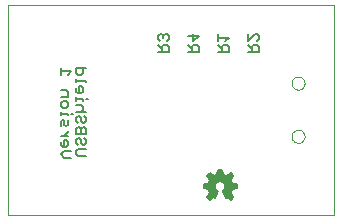
<source format=gbo>
G75*
G70*
%OFA0B0*%
%FSLAX24Y24*%
%IPPOS*%
%LPD*%
%AMOC8*
5,1,8,0,0,1.08239X$1,22.5*
%
%ADD10C,0.0000*%
%ADD11C,0.0060*%
D10*
X001030Y000655D02*
X001030Y007655D01*
X011905Y007655D01*
X011905Y000655D01*
X001030Y000655D01*
X010477Y003269D02*
X010479Y003298D01*
X010485Y003326D01*
X010494Y003354D01*
X010507Y003380D01*
X010524Y003403D01*
X010543Y003425D01*
X010565Y003444D01*
X010590Y003459D01*
X010616Y003472D01*
X010644Y003480D01*
X010672Y003485D01*
X010701Y003486D01*
X010730Y003483D01*
X010758Y003476D01*
X010785Y003466D01*
X010811Y003452D01*
X010834Y003435D01*
X010855Y003415D01*
X010873Y003392D01*
X010888Y003367D01*
X010899Y003340D01*
X010907Y003312D01*
X010911Y003283D01*
X010911Y003255D01*
X010907Y003226D01*
X010899Y003198D01*
X010888Y003171D01*
X010873Y003146D01*
X010855Y003123D01*
X010834Y003103D01*
X010811Y003086D01*
X010785Y003072D01*
X010758Y003062D01*
X010730Y003055D01*
X010701Y003052D01*
X010672Y003053D01*
X010644Y003058D01*
X010616Y003066D01*
X010590Y003079D01*
X010565Y003094D01*
X010543Y003113D01*
X010524Y003135D01*
X010507Y003158D01*
X010494Y003184D01*
X010485Y003212D01*
X010479Y003240D01*
X010477Y003269D01*
X010477Y005041D02*
X010479Y005070D01*
X010485Y005098D01*
X010494Y005126D01*
X010507Y005152D01*
X010524Y005175D01*
X010543Y005197D01*
X010565Y005216D01*
X010590Y005231D01*
X010616Y005244D01*
X010644Y005252D01*
X010672Y005257D01*
X010701Y005258D01*
X010730Y005255D01*
X010758Y005248D01*
X010785Y005238D01*
X010811Y005224D01*
X010834Y005207D01*
X010855Y005187D01*
X010873Y005164D01*
X010888Y005139D01*
X010899Y005112D01*
X010907Y005084D01*
X010911Y005055D01*
X010911Y005027D01*
X010907Y004998D01*
X010899Y004970D01*
X010888Y004943D01*
X010873Y004918D01*
X010855Y004895D01*
X010834Y004875D01*
X010811Y004858D01*
X010785Y004844D01*
X010758Y004834D01*
X010730Y004827D01*
X010701Y004824D01*
X010672Y004825D01*
X010644Y004830D01*
X010616Y004838D01*
X010590Y004851D01*
X010565Y004866D01*
X010543Y004885D01*
X010524Y004907D01*
X010507Y004930D01*
X010494Y004956D01*
X010485Y004984D01*
X010479Y005012D01*
X010477Y005041D01*
D11*
X009375Y006074D02*
X009035Y006074D01*
X009149Y006074D02*
X009149Y006244D01*
X009205Y006300D01*
X009319Y006300D01*
X009375Y006244D01*
X009375Y006074D01*
X009149Y006187D02*
X009035Y006300D01*
X009035Y006442D02*
X009262Y006669D01*
X009319Y006669D01*
X009375Y006612D01*
X009375Y006499D01*
X009319Y006442D01*
X009035Y006442D02*
X009035Y006669D01*
X008375Y006555D02*
X008035Y006555D01*
X008035Y006442D02*
X008035Y006669D01*
X008262Y006442D02*
X008375Y006555D01*
X008319Y006300D02*
X008205Y006300D01*
X008149Y006244D01*
X008149Y006074D01*
X008149Y006187D02*
X008035Y006300D01*
X008319Y006300D02*
X008375Y006244D01*
X008375Y006074D01*
X008035Y006074D01*
X007375Y006074D02*
X007375Y006244D01*
X007319Y006300D01*
X007205Y006300D01*
X007149Y006244D01*
X007149Y006074D01*
X007149Y006187D02*
X007035Y006300D01*
X007205Y006442D02*
X007205Y006669D01*
X007035Y006612D02*
X007375Y006612D01*
X007205Y006442D01*
X007035Y006074D02*
X007375Y006074D01*
X006375Y006074D02*
X006375Y006244D01*
X006319Y006300D01*
X006205Y006300D01*
X006149Y006244D01*
X006149Y006074D01*
X006149Y006187D02*
X006035Y006300D01*
X006092Y006442D02*
X006035Y006499D01*
X006035Y006612D01*
X006092Y006669D01*
X006149Y006669D01*
X006205Y006612D01*
X006205Y006555D01*
X006205Y006612D02*
X006262Y006669D01*
X006319Y006669D01*
X006375Y006612D01*
X006375Y006499D01*
X006319Y006442D01*
X006375Y006074D02*
X006035Y006074D01*
X003625Y005544D02*
X003285Y005544D01*
X003285Y005373D01*
X003342Y005317D01*
X003455Y005317D01*
X003512Y005373D01*
X003512Y005544D01*
X003125Y005430D02*
X002785Y005430D01*
X002785Y005317D02*
X002785Y005544D01*
X003012Y005317D02*
X003125Y005430D01*
X003285Y005185D02*
X003285Y005071D01*
X003285Y005128D02*
X003625Y005128D01*
X003625Y005071D01*
X003455Y004930D02*
X003399Y004930D01*
X003399Y004703D01*
X003455Y004703D02*
X003512Y004760D01*
X003512Y004873D01*
X003455Y004930D01*
X003285Y004873D02*
X003285Y004760D01*
X003342Y004703D01*
X003455Y004703D01*
X003512Y004514D02*
X003285Y004514D01*
X003285Y004457D02*
X003285Y004571D01*
X003512Y004514D02*
X003512Y004457D01*
X003625Y004514D02*
X003682Y004514D01*
X003455Y004316D02*
X003285Y004316D01*
X003455Y004316D02*
X003512Y004259D01*
X003512Y004146D01*
X003455Y004089D01*
X003625Y004089D02*
X003285Y004089D01*
X003182Y004023D02*
X003125Y004023D01*
X003012Y004023D02*
X003012Y003966D01*
X003012Y004023D02*
X002785Y004023D01*
X002785Y003966D02*
X002785Y004080D01*
X002842Y004212D02*
X002785Y004268D01*
X002785Y004382D01*
X002842Y004439D01*
X002955Y004439D01*
X003012Y004382D01*
X003012Y004268D01*
X002955Y004212D01*
X002842Y004212D01*
X003285Y003891D02*
X003342Y003948D01*
X003399Y003948D01*
X003455Y003891D01*
X003455Y003777D01*
X003512Y003721D01*
X003569Y003721D01*
X003625Y003777D01*
X003625Y003891D01*
X003569Y003948D01*
X003285Y003891D02*
X003285Y003777D01*
X003342Y003721D01*
X003342Y003579D02*
X003285Y003523D01*
X003285Y003352D01*
X003625Y003352D01*
X003625Y003523D01*
X003569Y003579D01*
X003512Y003579D01*
X003455Y003523D01*
X003455Y003352D01*
X003399Y003211D02*
X003342Y003211D01*
X003285Y003154D01*
X003285Y003041D01*
X003342Y002984D01*
X003455Y003041D02*
X003455Y003154D01*
X003399Y003211D01*
X003569Y003211D02*
X003625Y003154D01*
X003625Y003041D01*
X003569Y002984D01*
X003512Y002984D01*
X003455Y003041D01*
X003342Y002843D02*
X003625Y002843D01*
X003342Y002843D02*
X003285Y002786D01*
X003285Y002673D01*
X003342Y002616D01*
X003625Y002616D01*
X003125Y002554D02*
X002899Y002554D01*
X002785Y002668D01*
X002899Y002781D01*
X003125Y002781D01*
X002955Y002923D02*
X002842Y002923D01*
X002785Y002979D01*
X002785Y003093D01*
X002899Y003150D02*
X002899Y002923D01*
X002955Y002923D02*
X003012Y002979D01*
X003012Y003093D01*
X002955Y003150D01*
X002899Y003150D01*
X002899Y003291D02*
X003012Y003404D01*
X003012Y003461D01*
X002955Y003598D02*
X003012Y003655D01*
X003012Y003825D01*
X002899Y003768D02*
X002842Y003825D01*
X002785Y003768D01*
X002785Y003598D01*
X002899Y003655D02*
X002955Y003598D01*
X002899Y003655D02*
X002899Y003768D01*
X003342Y003579D02*
X003399Y003579D01*
X003455Y003523D01*
X003012Y003291D02*
X002785Y003291D01*
X002785Y004580D02*
X003012Y004580D01*
X003012Y004750D01*
X002955Y004807D01*
X002785Y004807D01*
X008035Y002155D02*
X008005Y001995D01*
X007885Y001945D01*
X007745Y002035D01*
X007655Y001945D01*
X007745Y001815D01*
X007695Y001695D01*
X007545Y001665D01*
X007545Y001535D01*
X007685Y001505D01*
X007745Y001375D01*
X007655Y001245D01*
X007745Y001155D01*
X007865Y001235D01*
X007925Y001205D01*
X008015Y001435D01*
X007955Y001405D02*
X007855Y001605D01*
X007955Y001755D01*
X008105Y001805D01*
X008255Y001755D01*
X008305Y001605D01*
X008255Y001455D01*
X008205Y001405D01*
X008305Y001255D01*
X008455Y001205D01*
X008505Y001255D01*
X008405Y001405D01*
X008505Y001555D01*
X008605Y001555D01*
X008605Y001655D01*
X008455Y001655D01*
X008405Y001805D01*
X008505Y001955D01*
X008455Y002005D01*
X008305Y001905D01*
X008155Y002005D01*
X008155Y002105D01*
X008055Y002105D01*
X008005Y001955D01*
X007855Y001905D01*
X007755Y002005D01*
X007705Y001955D01*
X007755Y001805D01*
X007705Y001655D01*
X007555Y001655D01*
X007605Y001555D01*
X007755Y001505D01*
X007755Y001355D01*
X007705Y001255D01*
X007755Y001205D01*
X007855Y001255D01*
X007905Y001255D01*
X007955Y001405D01*
X007950Y001416D02*
X007755Y001416D01*
X007755Y001358D02*
X007939Y001358D01*
X007920Y001299D02*
X007727Y001299D01*
X007720Y001241D02*
X007826Y001241D01*
X007755Y001475D02*
X007920Y001475D01*
X007891Y001533D02*
X007671Y001533D01*
X007587Y001592D02*
X007862Y001592D01*
X007885Y001650D02*
X007557Y001650D01*
X007723Y001709D02*
X007924Y001709D01*
X007992Y001767D02*
X007743Y001767D01*
X007748Y001826D02*
X008419Y001826D01*
X008445Y001815D02*
X008535Y001945D01*
X008445Y002035D01*
X008315Y001945D01*
X008195Y001995D01*
X008165Y002155D01*
X008035Y002155D01*
X008040Y002060D02*
X008155Y002060D01*
X008160Y002002D02*
X008021Y002002D01*
X007969Y001943D02*
X008248Y001943D01*
X008362Y001943D02*
X008497Y001943D01*
X008459Y002002D02*
X008450Y002002D01*
X008458Y001885D02*
X007729Y001885D01*
X007709Y001943D02*
X007817Y001943D01*
X007759Y002002D02*
X007752Y002002D01*
X008218Y001767D02*
X008418Y001767D01*
X008445Y001815D02*
X008505Y001685D01*
X008655Y001665D01*
X008655Y001535D01*
X008505Y001505D01*
X008455Y001375D01*
X008535Y001245D01*
X008445Y001155D01*
X008325Y001235D01*
X008275Y001205D01*
X008175Y001435D01*
X008216Y001416D02*
X008412Y001416D01*
X008437Y001358D02*
X008237Y001358D01*
X008276Y001299D02*
X008476Y001299D01*
X008491Y001241D02*
X008349Y001241D01*
X008262Y001475D02*
X008451Y001475D01*
X008491Y001533D02*
X008281Y001533D01*
X008301Y001592D02*
X008605Y001592D01*
X008605Y001650D02*
X008290Y001650D01*
X008271Y001709D02*
X008437Y001709D01*
X008175Y001435D02*
X008197Y001448D01*
X008217Y001464D01*
X008235Y001483D01*
X008250Y001505D01*
X008261Y001528D01*
X008269Y001553D01*
X008273Y001578D01*
X008274Y001604D01*
X008271Y001630D01*
X008264Y001655D01*
X008253Y001678D01*
X008240Y001700D01*
X008223Y001720D01*
X008204Y001737D01*
X008182Y001752D01*
X008158Y001762D01*
X008134Y001770D01*
X008108Y001774D01*
X008082Y001774D01*
X008056Y001770D01*
X008032Y001762D01*
X008008Y001752D01*
X007986Y001737D01*
X007967Y001720D01*
X007950Y001700D01*
X007937Y001678D01*
X007926Y001655D01*
X007919Y001630D01*
X007916Y001604D01*
X007917Y001578D01*
X007921Y001553D01*
X007929Y001528D01*
X007940Y001505D01*
X007955Y001483D01*
X007973Y001464D01*
X007993Y001448D01*
X008015Y001435D01*
M02*

</source>
